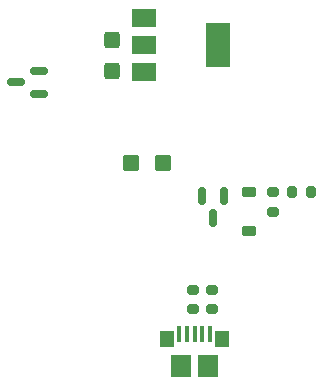
<source format=gtp>
G04 #@! TF.GenerationSoftware,KiCad,Pcbnew,7.0.9*
G04 #@! TF.CreationDate,2023-11-15T19:01:28+02:00*
G04 #@! TF.ProjectId,Power,506f7765-722e-46b6-9963-61645f706362,rev?*
G04 #@! TF.SameCoordinates,Original*
G04 #@! TF.FileFunction,Paste,Top*
G04 #@! TF.FilePolarity,Positive*
%FSLAX46Y46*%
G04 Gerber Fmt 4.6, Leading zero omitted, Abs format (unit mm)*
G04 Created by KiCad (PCBNEW 7.0.9) date 2023-11-15 19:01:28*
%MOMM*%
%LPD*%
G01*
G04 APERTURE LIST*
G04 Aperture macros list*
%AMRoundRect*
0 Rectangle with rounded corners*
0 $1 Rounding radius*
0 $2 $3 $4 $5 $6 $7 $8 $9 X,Y pos of 4 corners*
0 Add a 4 corners polygon primitive as box body*
4,1,4,$2,$3,$4,$5,$6,$7,$8,$9,$2,$3,0*
0 Add four circle primitives for the rounded corners*
1,1,$1+$1,$2,$3*
1,1,$1+$1,$4,$5*
1,1,$1+$1,$6,$7*
1,1,$1+$1,$8,$9*
0 Add four rect primitives between the rounded corners*
20,1,$1+$1,$2,$3,$4,$5,0*
20,1,$1+$1,$4,$5,$6,$7,0*
20,1,$1+$1,$6,$7,$8,$9,0*
20,1,$1+$1,$8,$9,$2,$3,0*%
G04 Aperture macros list end*
%ADD10RoundRect,0.150000X0.587500X0.150000X-0.587500X0.150000X-0.587500X-0.150000X0.587500X-0.150000X0*%
%ADD11RoundRect,0.200000X-0.275000X0.200000X-0.275000X-0.200000X0.275000X-0.200000X0.275000X0.200000X0*%
%ADD12RoundRect,0.225000X-0.375000X0.225000X-0.375000X-0.225000X0.375000X-0.225000X0.375000X0.225000X0*%
%ADD13R,2.000000X1.500000*%
%ADD14R,2.000000X3.800000*%
%ADD15R,0.400000X1.400000*%
%ADD16R,1.150000X1.450000*%
%ADD17R,1.750000X1.900000*%
%ADD18RoundRect,0.150000X-0.150000X0.587500X-0.150000X-0.587500X0.150000X-0.587500X0.150000X0.587500X0*%
%ADD19RoundRect,0.250000X0.450000X0.425000X-0.450000X0.425000X-0.450000X-0.425000X0.450000X-0.425000X0*%
%ADD20RoundRect,0.250000X0.425000X-0.450000X0.425000X0.450000X-0.425000X0.450000X-0.425000X-0.450000X0*%
%ADD21RoundRect,0.200000X0.200000X0.275000X-0.200000X0.275000X-0.200000X-0.275000X0.200000X-0.275000X0*%
G04 APERTURE END LIST*
D10*
X128785000Y-93950000D03*
X128785000Y-92050000D03*
X126910000Y-93000000D03*
D11*
X141830000Y-110555000D03*
X141830000Y-112205000D03*
X148635000Y-102310000D03*
X148635000Y-103960000D03*
D12*
X146595000Y-102297500D03*
X146595000Y-105597500D03*
D11*
X143460000Y-110545000D03*
X143460000Y-112195000D03*
D13*
X137700000Y-87540000D03*
X137700000Y-89840000D03*
D14*
X144000000Y-89840000D03*
D13*
X137700000Y-92140000D03*
D15*
X140700000Y-114330000D03*
X141350000Y-114330000D03*
X142000000Y-114330000D03*
X142650000Y-114330000D03*
X143300000Y-114330000D03*
D16*
X139680000Y-114750000D03*
D17*
X140875000Y-116980000D03*
X143125000Y-116980000D03*
D16*
X144320000Y-114750000D03*
D18*
X144495000Y-102595000D03*
X142595000Y-102595000D03*
X143545000Y-104470000D03*
D19*
X139350000Y-99840000D03*
X136650000Y-99840000D03*
D20*
X135000000Y-92080000D03*
X135000000Y-89380000D03*
D21*
X151870000Y-102305000D03*
X150220000Y-102305000D03*
M02*

</source>
